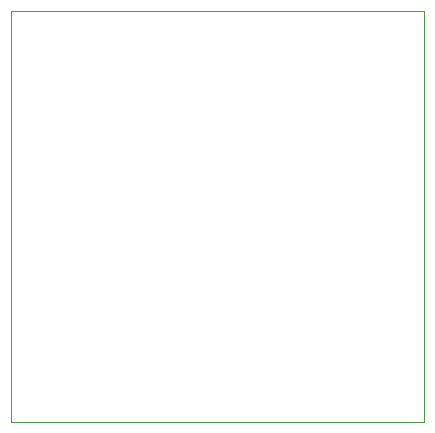
<source format=gbr>
%TF.GenerationSoftware,KiCad,Pcbnew,8.0.5*%
%TF.CreationDate,2024-09-19T11:43:03+02:00*%
%TF.ProjectId,QuinLED-ESP32-Lux,5175696e-4c45-4442-9d45-535033322d4c,rev?*%
%TF.SameCoordinates,Original*%
%TF.FileFunction,Profile,NP*%
%FSLAX46Y46*%
G04 Gerber Fmt 4.6, Leading zero omitted, Abs format (unit mm)*
G04 Created by KiCad (PCBNEW 8.0.5) date 2024-09-19 11:43:03*
%MOMM*%
%LPD*%
G01*
G04 APERTURE LIST*
%TA.AperFunction,Profile*%
%ADD10C,0.100000*%
%TD*%
G04 APERTURE END LIST*
D10*
X124460000Y-76521387D02*
X159460000Y-76521387D01*
X159460000Y-111330886D01*
X124460000Y-111330886D01*
X124460000Y-76521387D01*
M02*

</source>
